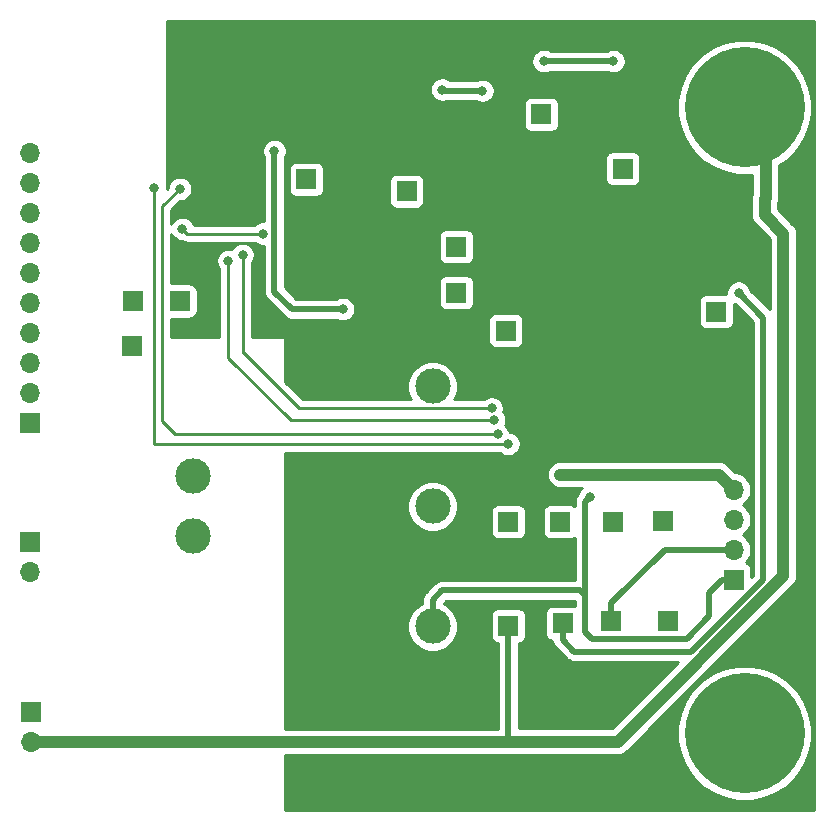
<source format=gbr>
%TF.GenerationSoftware,KiCad,Pcbnew,(5.1.8)-1*%
%TF.CreationDate,2020-12-02T17:51:49+01:00*%
%TF.ProjectId,board,626f6172-642e-46b6-9963-61645f706362,rev?*%
%TF.SameCoordinates,Original*%
%TF.FileFunction,Copper,L2,Bot*%
%TF.FilePolarity,Positive*%
%FSLAX46Y46*%
G04 Gerber Fmt 4.6, Leading zero omitted, Abs format (unit mm)*
G04 Created by KiCad (PCBNEW (5.1.8)-1) date 2020-12-02 17:51:49*
%MOMM*%
%LPD*%
G01*
G04 APERTURE LIST*
%TA.AperFunction,ComponentPad*%
%ADD10O,1.700000X1.700000*%
%TD*%
%TA.AperFunction,ComponentPad*%
%ADD11R,1.700000X1.700000*%
%TD*%
%TA.AperFunction,ComponentPad*%
%ADD12C,10.160000*%
%TD*%
%TA.AperFunction,ComponentPad*%
%ADD13C,3.000000*%
%TD*%
%TA.AperFunction,ComponentPad*%
%ADD14C,0.600000*%
%TD*%
%TA.AperFunction,SMDPad,CuDef*%
%ADD15R,2.500000X2.500000*%
%TD*%
%TA.AperFunction,ViaPad*%
%ADD16C,0.800000*%
%TD*%
%TA.AperFunction,Conductor*%
%ADD17C,1.000000*%
%TD*%
%TA.AperFunction,Conductor*%
%ADD18C,0.500000*%
%TD*%
%TA.AperFunction,Conductor*%
%ADD19C,0.250000*%
%TD*%
%TA.AperFunction,Conductor*%
%ADD20C,0.254000*%
%TD*%
%TA.AperFunction,Conductor*%
%ADD21C,0.100000*%
%TD*%
G04 APERTURE END LIST*
D10*
%TO.P,J6,4*%
%TO.N,GND*%
X114100000Y-68780000D03*
%TO.P,J6,3*%
%TO.N,/Aux2*%
X114100000Y-71320000D03*
%TO.P,J6,2*%
%TO.N,/Aux1*%
X114100000Y-73860000D03*
D11*
%TO.P,J6,1*%
%TO.N,+5V*%
X114100000Y-76400000D03*
%TD*%
D10*
%TO.P,J1,10*%
%TO.N,/5V_in*%
X54500000Y-40240000D03*
%TO.P,J1,9*%
%TO.N,/CLK_in*%
X54500000Y-42780000D03*
%TO.P,J1,8*%
%TO.N,/MOSI_in*%
X54500000Y-45320000D03*
%TO.P,J1,7*%
%TO.N,/MISO_in*%
X54500000Y-47860000D03*
%TO.P,J1,6*%
%TO.N,/CS_ADC\u005C_in*%
X54500000Y-50400000D03*
%TO.P,J1,5*%
%TO.N,/CS_DAC\u005C_in*%
X54500000Y-52940000D03*
%TO.P,J1,4*%
%TO.N,/VIB_in*%
X54500000Y-55480000D03*
%TO.P,J1,3*%
%TO.N,/VOC_in*%
X54500000Y-58020000D03*
%TO.P,J1,2*%
%TO.N,Net-(J1-Pad2)*%
X54500000Y-60560000D03*
D11*
%TO.P,J1,1*%
%TO.N,/GND_in*%
X54500000Y-63100000D03*
%TD*%
D10*
%TO.P,J2,2*%
%TO.N,/Vin*%
X54500000Y-75740000D03*
D11*
%TO.P,J2,1*%
%TO.N,/GND_in*%
X54500000Y-73200000D03*
%TD*%
%TO.P,J3,1*%
%TO.N,GND*%
X54600000Y-87600000D03*
D10*
%TO.P,J3,2*%
%TO.N,/C+*%
X54600000Y-90140000D03*
%TD*%
D12*
%TO.P,J4,1*%
%TO.N,GND*%
X115000000Y-89400000D03*
%TD*%
%TO.P,J5,1*%
%TO.N,/C+*%
X115000000Y-36400000D03*
%TD*%
D11*
%TO.P,TP1,1*%
%TO.N,Net-(J1-Pad2)*%
X63100000Y-56600000D03*
%TD*%
%TO.P,TP2,1*%
%TO.N,Net-(TP2-Pad1)*%
X63200000Y-52800000D03*
%TD*%
%TO.P,TP3,1*%
%TO.N,Net-(TP3-Pad1)*%
X67200000Y-52800000D03*
%TD*%
%TO.P,TP4,1*%
%TO.N,Net-(R1-Pad1)*%
X77900000Y-42500000D03*
%TD*%
%TO.P,TP5,1*%
%TO.N,Net-(R2-Pad2)*%
X90600000Y-48200000D03*
%TD*%
%TO.P,TP6,1*%
%TO.N,Net-(R3-Pad2)*%
X86400000Y-43500000D03*
%TD*%
%TO.P,TP7,1*%
%TO.N,Net-(C13-Pad1)*%
X108100000Y-71400000D03*
%TD*%
%TO.P,TP8,1*%
%TO.N,Net-(R7-Pad2)*%
X94800000Y-55300000D03*
%TD*%
%TO.P,TP9,1*%
%TO.N,Net-(R8-Pad2)*%
X97800000Y-37000000D03*
%TD*%
%TO.P,TP10,1*%
%TO.N,Net-(R5-Pad2)*%
X90600000Y-52100000D03*
%TD*%
%TO.P,TP11,1*%
%TO.N,Net-(R4-Pad2)*%
X104700000Y-41600000D03*
%TD*%
%TO.P,TP12,1*%
%TO.N,Net-(C14-Pad1)*%
X103900000Y-71500000D03*
%TD*%
%TO.P,TP13,1*%
%TO.N,Net-(C15-Pad1)*%
X99400000Y-71500000D03*
%TD*%
%TO.P,TP14,1*%
%TO.N,Net-(C16-Pad1)*%
X95000000Y-71500000D03*
%TD*%
%TO.P,TP15,1*%
%TO.N,/Aux2*%
X108500000Y-79900000D03*
%TD*%
%TO.P,TP16,1*%
%TO.N,Net-(R13-Pad2)*%
X112600000Y-53700000D03*
%TD*%
%TO.P,TP17,1*%
%TO.N,/Aux1*%
X103700000Y-79900000D03*
%TD*%
%TO.P,TP18,1*%
%TO.N,/V_I*%
X99600000Y-80100000D03*
%TD*%
%TO.P,TP19,1*%
%TO.N,/C+*%
X95000000Y-80300000D03*
%TD*%
D13*
%TO.P,U1,5*%
%TO.N,GND*%
X88600000Y-60040000D03*
%TO.P,U1,4*%
%TO.N,Net-(U1-Pad4)*%
X88600000Y-70200000D03*
%TO.P,U1,3*%
%TO.N,+5V*%
X88600000Y-80360000D03*
%TO.P,U1,2*%
%TO.N,/Vin*%
X68280000Y-72740000D03*
%TO.P,U1,1*%
%TO.N,/GND_in*%
X68280000Y-67660000D03*
%TD*%
D14*
%TO.P,U5,13*%
%TO.N,Net-(U5-Pad13)*%
X98100000Y-45200000D03*
X97600000Y-44700000D03*
X98600000Y-44700000D03*
X98600000Y-45700000D03*
X97600000Y-45700000D03*
D15*
X98100000Y-45200000D03*
%TD*%
D16*
%TO.N,GND*%
X99400000Y-67500000D03*
%TO.N,+5V*%
X75200000Y-40100000D03*
X81000000Y-53500000D03*
X101900000Y-69400000D03*
X92800000Y-35000000D03*
X89400000Y-34900000D03*
%TO.N,/C+*%
X116800000Y-44100000D03*
X116700000Y-45500000D03*
%TO.N,Net-(R4-Pad2)*%
X103900000Y-32500000D03*
X98000000Y-32500000D03*
%TO.N,/V_I*%
X114500000Y-52100000D03*
%TO.N,/CLK*%
X67200000Y-43300000D03*
X94100000Y-64100000D03*
%TO.N,/MOSI*%
X72500000Y-48900000D03*
X93600000Y-61900000D03*
%TO.N,/MISO*%
X93800000Y-62900000D03*
X71300000Y-49400000D03*
%TO.N,/CS_ADC\u005C*%
X65000000Y-43200000D03*
X95000000Y-64900000D03*
%TO.N,/CS_DAC\u005C*%
X67400000Y-46700000D03*
X74200000Y-47100000D03*
%TD*%
D17*
%TO.N,GND*%
X112820000Y-67500000D02*
X114100000Y-68780000D01*
X99400000Y-67500000D02*
X112820000Y-67500000D01*
D18*
%TO.N,+5V*%
X75200000Y-40100000D02*
X75200000Y-52000000D01*
X76700000Y-53500000D02*
X81000000Y-53500000D01*
X75200000Y-52000000D02*
X76700000Y-53500000D01*
X101900000Y-69400000D02*
X101500000Y-69800000D01*
X88600000Y-80360000D02*
X88600000Y-78100000D01*
X88600000Y-78100000D02*
X89400000Y-77300000D01*
X101100000Y-77300000D02*
X101500000Y-77700000D01*
X89400000Y-77300000D02*
X101100000Y-77300000D01*
X101500000Y-69800000D02*
X101500000Y-77700000D01*
X89500000Y-35000000D02*
X89400000Y-34900000D01*
X92800000Y-35000000D02*
X89500000Y-35000000D01*
X113100000Y-76400000D02*
X114100000Y-76400000D01*
X112000000Y-77500000D02*
X113100000Y-76400000D01*
X110100000Y-81400000D02*
X112000000Y-79500000D01*
X102100000Y-81400000D02*
X110100000Y-81400000D01*
X101500000Y-80800000D02*
X102100000Y-81400000D01*
X112000000Y-79500000D02*
X112000000Y-77500000D01*
X101500000Y-77700000D02*
X101500000Y-80800000D01*
D17*
%TO.N,/C+*%
X116800000Y-39200000D02*
X114000000Y-36400000D01*
X116800000Y-44100000D02*
X116800000Y-39200000D01*
X116700000Y-44200000D02*
X116800000Y-44100000D01*
X116700000Y-45500000D02*
X116700000Y-44200000D01*
D18*
X95000000Y-80300000D02*
X95000000Y-90100000D01*
D17*
X94960000Y-90140000D02*
X95000000Y-90100000D01*
X54600000Y-90140000D02*
X94960000Y-90140000D01*
X118300000Y-76053519D02*
X118300000Y-47100000D01*
X118300000Y-47100000D02*
X116700000Y-45500000D01*
X104253519Y-90100000D02*
X118300000Y-76053519D01*
X95000000Y-90100000D02*
X104253519Y-90100000D01*
D18*
%TO.N,/Aux1*%
X103700000Y-79900000D02*
X103700000Y-78400000D01*
X108240000Y-73860000D02*
X114100000Y-73860000D01*
X103700000Y-78400000D02*
X108240000Y-73860000D01*
%TO.N,Net-(R4-Pad2)*%
X103900000Y-32500000D02*
X98000000Y-32500000D01*
%TO.N,/V_I*%
X99600000Y-81500000D02*
X99600000Y-80100000D01*
X100600000Y-82500000D02*
X99600000Y-81500000D01*
X110510002Y-82500000D02*
X100600000Y-82500000D01*
X116600000Y-76410002D02*
X110510002Y-82500000D01*
X116600000Y-54200000D02*
X116600000Y-76410002D01*
X114500000Y-52100000D02*
X116600000Y-54200000D01*
D19*
%TO.N,/CLK*%
X65700000Y-60600000D02*
X65700000Y-47326998D01*
X65700000Y-46600000D02*
X65700000Y-44800000D01*
X65700000Y-47326998D02*
X65700000Y-46600000D01*
X65700000Y-44800000D02*
X67200000Y-43300000D01*
X94100000Y-64100000D02*
X66800000Y-64100000D01*
X65700000Y-63000000D02*
X65700000Y-60600000D01*
X66800000Y-64100000D02*
X65700000Y-63000000D01*
%TO.N,/MOSI*%
X72500000Y-57200000D02*
X72500000Y-48900000D01*
X77300000Y-61900000D02*
X72600000Y-57200000D01*
X93600000Y-61900000D02*
X77300000Y-61900000D01*
X72600000Y-57200000D02*
X72500000Y-57200000D01*
%TO.N,/MISO*%
X93800000Y-62900000D02*
X76600000Y-62900000D01*
X71300000Y-57600000D02*
X71300000Y-49400000D01*
X76600000Y-62900000D02*
X71300000Y-57600000D01*
%TO.N,/CS_ADC\u005C*%
X64974999Y-43225001D02*
X65000000Y-43200000D01*
X64974999Y-60274999D02*
X64974999Y-43225001D01*
X65000000Y-60300000D02*
X64974999Y-60274999D01*
X65000000Y-61000000D02*
X65000000Y-60300000D01*
X95000000Y-64900000D02*
X65000000Y-64900000D01*
X65000000Y-64900000D02*
X65000000Y-61000000D01*
%TO.N,/CS_DAC\u005C*%
X67800000Y-47100000D02*
X74200000Y-47100000D01*
X67400000Y-46700000D02*
X67800000Y-47100000D01*
%TD*%
D20*
%TO.N,Net-(U5-Pad13)*%
X120873000Y-95873000D02*
X76127000Y-95873000D01*
X76127000Y-91275000D01*
X94904249Y-91275000D01*
X94960000Y-91280491D01*
X95015751Y-91275000D01*
X95015752Y-91275000D01*
X95182499Y-91258577D01*
X95260221Y-91235000D01*
X104197768Y-91235000D01*
X104253519Y-91240491D01*
X104309270Y-91235000D01*
X104309271Y-91235000D01*
X104476018Y-91218577D01*
X104689966Y-91153676D01*
X104887142Y-91048284D01*
X105059968Y-90906449D01*
X105095515Y-90863135D01*
X107121528Y-88837122D01*
X109285000Y-88837122D01*
X109285000Y-89962878D01*
X109504625Y-91067004D01*
X109935433Y-92107067D01*
X110560870Y-93043100D01*
X111356900Y-93839130D01*
X112292933Y-94464567D01*
X113332996Y-94895375D01*
X114437122Y-95115000D01*
X115562878Y-95115000D01*
X116667004Y-94895375D01*
X117707067Y-94464567D01*
X118643100Y-93839130D01*
X119439130Y-93043100D01*
X120064567Y-92107067D01*
X120495375Y-91067004D01*
X120715000Y-89962878D01*
X120715000Y-88837122D01*
X120495375Y-87732996D01*
X120064567Y-86692933D01*
X119439130Y-85756900D01*
X118643100Y-84960870D01*
X117707067Y-84335433D01*
X116667004Y-83904625D01*
X115562878Y-83685000D01*
X114437122Y-83685000D01*
X113332996Y-83904625D01*
X112292933Y-84335433D01*
X111356900Y-84960870D01*
X110560870Y-85756900D01*
X109935433Y-86692933D01*
X109504625Y-87732996D01*
X109285000Y-88837122D01*
X107121528Y-88837122D01*
X119063141Y-76895510D01*
X119106449Y-76859968D01*
X119248284Y-76687142D01*
X119353676Y-76489966D01*
X119418577Y-76276018D01*
X119435000Y-76109271D01*
X119435000Y-76109270D01*
X119440491Y-76053519D01*
X119435000Y-75997768D01*
X119435000Y-47155752D01*
X119440491Y-47100000D01*
X119418577Y-46877501D01*
X119353676Y-46663553D01*
X119248284Y-46466377D01*
X119141989Y-46336856D01*
X119141987Y-46336854D01*
X119106449Y-46293551D01*
X119063146Y-46258013D01*
X117835000Y-45029869D01*
X117835000Y-44571388D01*
X117853676Y-44536447D01*
X117918577Y-44322499D01*
X117935000Y-44155752D01*
X117935000Y-44155742D01*
X117940490Y-44100001D01*
X117935000Y-44044259D01*
X117935000Y-41312267D01*
X118643100Y-40839130D01*
X119439130Y-40043100D01*
X120064567Y-39107067D01*
X120495375Y-38067004D01*
X120715000Y-36962878D01*
X120715000Y-35837122D01*
X120495375Y-34732996D01*
X120064567Y-33692933D01*
X119439130Y-32756900D01*
X118643100Y-31960870D01*
X117707067Y-31335433D01*
X116667004Y-30904625D01*
X115562878Y-30685000D01*
X114437122Y-30685000D01*
X113332996Y-30904625D01*
X112292933Y-31335433D01*
X111356900Y-31960870D01*
X110560870Y-32756900D01*
X109935433Y-33692933D01*
X109504625Y-34732996D01*
X109285000Y-35837122D01*
X109285000Y-36962878D01*
X109504625Y-38067004D01*
X109935433Y-39107067D01*
X110560870Y-40043100D01*
X111356900Y-40839130D01*
X112292933Y-41464567D01*
X113332996Y-41895375D01*
X114437122Y-42115000D01*
X115562878Y-42115000D01*
X115665000Y-42094687D01*
X115665000Y-43728613D01*
X115646324Y-43763553D01*
X115581423Y-43977501D01*
X115565000Y-44144248D01*
X115559509Y-44200000D01*
X115565000Y-44255751D01*
X115565000Y-45444249D01*
X115559509Y-45500000D01*
X115569549Y-45601939D01*
X115581423Y-45722498D01*
X115646324Y-45936446D01*
X115751716Y-46133623D01*
X115893551Y-46306449D01*
X115936864Y-46341995D01*
X117165001Y-47570134D01*
X117165001Y-53513422D01*
X115506535Y-51854957D01*
X115495226Y-51798102D01*
X115417205Y-51609744D01*
X115303937Y-51440226D01*
X115159774Y-51296063D01*
X114990256Y-51182795D01*
X114801898Y-51104774D01*
X114601939Y-51065000D01*
X114398061Y-51065000D01*
X114198102Y-51104774D01*
X114009744Y-51182795D01*
X113840226Y-51296063D01*
X113696063Y-51440226D01*
X113582795Y-51609744D01*
X113504774Y-51798102D01*
X113465000Y-51998061D01*
X113465000Y-52201939D01*
X113467326Y-52213634D01*
X113450000Y-52211928D01*
X111750000Y-52211928D01*
X111625518Y-52224188D01*
X111505820Y-52260498D01*
X111395506Y-52319463D01*
X111298815Y-52398815D01*
X111219463Y-52495506D01*
X111160498Y-52605820D01*
X111124188Y-52725518D01*
X111111928Y-52850000D01*
X111111928Y-54550000D01*
X111124188Y-54674482D01*
X111160498Y-54794180D01*
X111219463Y-54904494D01*
X111298815Y-55001185D01*
X111395506Y-55080537D01*
X111505820Y-55139502D01*
X111625518Y-55175812D01*
X111750000Y-55188072D01*
X113450000Y-55188072D01*
X113574482Y-55175812D01*
X113694180Y-55139502D01*
X113804494Y-55080537D01*
X113901185Y-55001185D01*
X113980537Y-54904494D01*
X114039502Y-54794180D01*
X114075812Y-54674482D01*
X114088072Y-54550000D01*
X114088072Y-53049650D01*
X114198102Y-53095226D01*
X114254957Y-53106535D01*
X115715000Y-54566579D01*
X115715001Y-76043422D01*
X115588072Y-76170351D01*
X115588072Y-75550000D01*
X115575812Y-75425518D01*
X115539502Y-75305820D01*
X115480537Y-75195506D01*
X115401185Y-75098815D01*
X115304494Y-75019463D01*
X115194180Y-74960498D01*
X115121620Y-74938487D01*
X115253475Y-74806632D01*
X115415990Y-74563411D01*
X115527932Y-74293158D01*
X115585000Y-74006260D01*
X115585000Y-73713740D01*
X115527932Y-73426842D01*
X115415990Y-73156589D01*
X115253475Y-72913368D01*
X115046632Y-72706525D01*
X114872240Y-72590000D01*
X115046632Y-72473475D01*
X115253475Y-72266632D01*
X115415990Y-72023411D01*
X115527932Y-71753158D01*
X115585000Y-71466260D01*
X115585000Y-71173740D01*
X115527932Y-70886842D01*
X115415990Y-70616589D01*
X115253475Y-70373368D01*
X115046632Y-70166525D01*
X114872240Y-70050000D01*
X115046632Y-69933475D01*
X115253475Y-69726632D01*
X115415990Y-69483411D01*
X115527932Y-69213158D01*
X115585000Y-68926260D01*
X115585000Y-68633740D01*
X115527932Y-68346842D01*
X115415990Y-68076589D01*
X115253475Y-67833368D01*
X115046632Y-67626525D01*
X114803411Y-67464010D01*
X114533158Y-67352068D01*
X114246260Y-67295000D01*
X114220131Y-67295000D01*
X113661996Y-66736865D01*
X113626449Y-66693551D01*
X113453623Y-66551716D01*
X113256447Y-66446324D01*
X113042499Y-66381423D01*
X112875752Y-66365000D01*
X112875751Y-66365000D01*
X112820000Y-66359509D01*
X112764249Y-66365000D01*
X99344248Y-66365000D01*
X99177501Y-66381423D01*
X98963553Y-66446324D01*
X98766377Y-66551716D01*
X98593551Y-66693551D01*
X98451716Y-66866377D01*
X98346324Y-67063553D01*
X98281423Y-67277501D01*
X98259509Y-67500000D01*
X98281423Y-67722499D01*
X98346324Y-67936447D01*
X98451716Y-68133623D01*
X98593551Y-68306449D01*
X98766377Y-68448284D01*
X98963553Y-68553676D01*
X99177501Y-68618577D01*
X99344248Y-68635000D01*
X101201289Y-68635000D01*
X101096063Y-68740226D01*
X100982795Y-68909744D01*
X100904774Y-69098102D01*
X100893955Y-69152495D01*
X100871183Y-69171183D01*
X100760589Y-69305942D01*
X100678411Y-69459688D01*
X100627805Y-69626511D01*
X100615000Y-69756524D01*
X100615000Y-69756531D01*
X100610719Y-69800000D01*
X100615000Y-69843469D01*
X100615000Y-70128085D01*
X100604494Y-70119463D01*
X100494180Y-70060498D01*
X100374482Y-70024188D01*
X100250000Y-70011928D01*
X98550000Y-70011928D01*
X98425518Y-70024188D01*
X98305820Y-70060498D01*
X98195506Y-70119463D01*
X98098815Y-70198815D01*
X98019463Y-70295506D01*
X97960498Y-70405820D01*
X97924188Y-70525518D01*
X97911928Y-70650000D01*
X97911928Y-72350000D01*
X97924188Y-72474482D01*
X97960498Y-72594180D01*
X98019463Y-72704494D01*
X98098815Y-72801185D01*
X98195506Y-72880537D01*
X98305820Y-72939502D01*
X98425518Y-72975812D01*
X98550000Y-72988072D01*
X100250000Y-72988072D01*
X100374482Y-72975812D01*
X100494180Y-72939502D01*
X100604494Y-72880537D01*
X100615000Y-72871915D01*
X100615001Y-76415000D01*
X89443469Y-76415000D01*
X89400000Y-76410719D01*
X89356531Y-76415000D01*
X89356523Y-76415000D01*
X89226510Y-76427805D01*
X89059687Y-76478411D01*
X88905941Y-76560589D01*
X88804953Y-76643468D01*
X88804951Y-76643470D01*
X88771183Y-76671183D01*
X88743470Y-76704951D01*
X88004951Y-77443471D01*
X87971184Y-77471183D01*
X87943471Y-77504951D01*
X87943468Y-77504954D01*
X87860590Y-77605941D01*
X87778412Y-77759687D01*
X87727805Y-77926510D01*
X87710719Y-78100000D01*
X87715001Y-78143479D01*
X87715001Y-78415672D01*
X87588698Y-78467988D01*
X87239017Y-78701637D01*
X86941637Y-78999017D01*
X86707988Y-79348698D01*
X86547047Y-79737244D01*
X86465000Y-80149721D01*
X86465000Y-80570279D01*
X86547047Y-80982756D01*
X86707988Y-81371302D01*
X86941637Y-81720983D01*
X87239017Y-82018363D01*
X87588698Y-82252012D01*
X87977244Y-82412953D01*
X88389721Y-82495000D01*
X88810279Y-82495000D01*
X89222756Y-82412953D01*
X89611302Y-82252012D01*
X89960983Y-82018363D01*
X90258363Y-81720983D01*
X90492012Y-81371302D01*
X90652953Y-80982756D01*
X90735000Y-80570279D01*
X90735000Y-80149721D01*
X90652953Y-79737244D01*
X90492012Y-79348698D01*
X90258363Y-78999017D01*
X89960983Y-78701637D01*
X89611302Y-78467988D01*
X89520996Y-78430582D01*
X89766579Y-78185000D01*
X100615000Y-78185000D01*
X100615000Y-78636479D01*
X100574482Y-78624188D01*
X100450000Y-78611928D01*
X98750000Y-78611928D01*
X98625518Y-78624188D01*
X98505820Y-78660498D01*
X98395506Y-78719463D01*
X98298815Y-78798815D01*
X98219463Y-78895506D01*
X98160498Y-79005820D01*
X98124188Y-79125518D01*
X98111928Y-79250000D01*
X98111928Y-80950000D01*
X98124188Y-81074482D01*
X98160498Y-81194180D01*
X98219463Y-81304494D01*
X98298815Y-81401185D01*
X98395506Y-81480537D01*
X98505820Y-81539502D01*
X98625518Y-81575812D01*
X98719092Y-81585028D01*
X98723306Y-81627805D01*
X98727678Y-81672195D01*
X98727805Y-81673489D01*
X98778411Y-81840312D01*
X98860589Y-81994058D01*
X98971183Y-82128817D01*
X99004956Y-82156534D01*
X99943470Y-83095049D01*
X99971183Y-83128817D01*
X100004951Y-83156530D01*
X100004953Y-83156532D01*
X100105941Y-83239411D01*
X100259686Y-83321589D01*
X100426510Y-83372195D01*
X100556523Y-83385000D01*
X100556531Y-83385000D01*
X100600000Y-83389281D01*
X100643469Y-83385000D01*
X109363388Y-83385000D01*
X103783388Y-88965000D01*
X95885000Y-88965000D01*
X95885000Y-81784625D01*
X95974482Y-81775812D01*
X96094180Y-81739502D01*
X96204494Y-81680537D01*
X96301185Y-81601185D01*
X96380537Y-81504494D01*
X96439502Y-81394180D01*
X96475812Y-81274482D01*
X96488072Y-81150000D01*
X96488072Y-79450000D01*
X96475812Y-79325518D01*
X96439502Y-79205820D01*
X96380537Y-79095506D01*
X96301185Y-78998815D01*
X96204494Y-78919463D01*
X96094180Y-78860498D01*
X95974482Y-78824188D01*
X95850000Y-78811928D01*
X94150000Y-78811928D01*
X94025518Y-78824188D01*
X93905820Y-78860498D01*
X93795506Y-78919463D01*
X93698815Y-78998815D01*
X93619463Y-79095506D01*
X93560498Y-79205820D01*
X93524188Y-79325518D01*
X93511928Y-79450000D01*
X93511928Y-81150000D01*
X93524188Y-81274482D01*
X93560498Y-81394180D01*
X93619463Y-81504494D01*
X93698815Y-81601185D01*
X93795506Y-81680537D01*
X93905820Y-81739502D01*
X94025518Y-81775812D01*
X94115000Y-81784625D01*
X94115001Y-89005000D01*
X76127000Y-89005000D01*
X76127000Y-69989721D01*
X86465000Y-69989721D01*
X86465000Y-70410279D01*
X86547047Y-70822756D01*
X86707988Y-71211302D01*
X86941637Y-71560983D01*
X87239017Y-71858363D01*
X87588698Y-72092012D01*
X87977244Y-72252953D01*
X88389721Y-72335000D01*
X88810279Y-72335000D01*
X89222756Y-72252953D01*
X89611302Y-72092012D01*
X89960983Y-71858363D01*
X90258363Y-71560983D01*
X90492012Y-71211302D01*
X90652953Y-70822756D01*
X90687316Y-70650000D01*
X93511928Y-70650000D01*
X93511928Y-72350000D01*
X93524188Y-72474482D01*
X93560498Y-72594180D01*
X93619463Y-72704494D01*
X93698815Y-72801185D01*
X93795506Y-72880537D01*
X93905820Y-72939502D01*
X94025518Y-72975812D01*
X94150000Y-72988072D01*
X95850000Y-72988072D01*
X95974482Y-72975812D01*
X96094180Y-72939502D01*
X96204494Y-72880537D01*
X96301185Y-72801185D01*
X96380537Y-72704494D01*
X96439502Y-72594180D01*
X96475812Y-72474482D01*
X96488072Y-72350000D01*
X96488072Y-70650000D01*
X96475812Y-70525518D01*
X96439502Y-70405820D01*
X96380537Y-70295506D01*
X96301185Y-70198815D01*
X96204494Y-70119463D01*
X96094180Y-70060498D01*
X95974482Y-70024188D01*
X95850000Y-70011928D01*
X94150000Y-70011928D01*
X94025518Y-70024188D01*
X93905820Y-70060498D01*
X93795506Y-70119463D01*
X93698815Y-70198815D01*
X93619463Y-70295506D01*
X93560498Y-70405820D01*
X93524188Y-70525518D01*
X93511928Y-70650000D01*
X90687316Y-70650000D01*
X90735000Y-70410279D01*
X90735000Y-69989721D01*
X90652953Y-69577244D01*
X90492012Y-69188698D01*
X90258363Y-68839017D01*
X89960983Y-68541637D01*
X89611302Y-68307988D01*
X89222756Y-68147047D01*
X88810279Y-68065000D01*
X88389721Y-68065000D01*
X87977244Y-68147047D01*
X87588698Y-68307988D01*
X87239017Y-68541637D01*
X86941637Y-68839017D01*
X86707988Y-69188698D01*
X86547047Y-69577244D01*
X86465000Y-69989721D01*
X76127000Y-69989721D01*
X76127000Y-65660000D01*
X94296289Y-65660000D01*
X94340226Y-65703937D01*
X94509744Y-65817205D01*
X94698102Y-65895226D01*
X94898061Y-65935000D01*
X95101939Y-65935000D01*
X95301898Y-65895226D01*
X95490256Y-65817205D01*
X95659774Y-65703937D01*
X95803937Y-65559774D01*
X95917205Y-65390256D01*
X95995226Y-65201898D01*
X96035000Y-65001939D01*
X96035000Y-64798061D01*
X95995226Y-64598102D01*
X95917205Y-64409744D01*
X95803937Y-64240226D01*
X95659774Y-64096063D01*
X95490256Y-63982795D01*
X95301898Y-63904774D01*
X95108804Y-63866366D01*
X95095226Y-63798102D01*
X95017205Y-63609744D01*
X94903937Y-63440226D01*
X94759774Y-63296063D01*
X94756991Y-63294204D01*
X94795226Y-63201898D01*
X94835000Y-63001939D01*
X94835000Y-62798061D01*
X94795226Y-62598102D01*
X94717205Y-62409744D01*
X94603937Y-62240226D01*
X94586551Y-62222840D01*
X94595226Y-62201898D01*
X94635000Y-62001939D01*
X94635000Y-61798061D01*
X94595226Y-61598102D01*
X94517205Y-61409744D01*
X94403937Y-61240226D01*
X94259774Y-61096063D01*
X94090256Y-60982795D01*
X93901898Y-60904774D01*
X93701939Y-60865000D01*
X93498061Y-60865000D01*
X93298102Y-60904774D01*
X93109744Y-60982795D01*
X92940226Y-61096063D01*
X92896289Y-61140000D01*
X90432746Y-61140000D01*
X90492012Y-61051302D01*
X90652953Y-60662756D01*
X90735000Y-60250279D01*
X90735000Y-59829721D01*
X90652953Y-59417244D01*
X90492012Y-59028698D01*
X90258363Y-58679017D01*
X89960983Y-58381637D01*
X89611302Y-58147988D01*
X89222756Y-57987047D01*
X88810279Y-57905000D01*
X88389721Y-57905000D01*
X87977244Y-57987047D01*
X87588698Y-58147988D01*
X87239017Y-58381637D01*
X86941637Y-58679017D01*
X86707988Y-59028698D01*
X86547047Y-59417244D01*
X86465000Y-59829721D01*
X86465000Y-60250279D01*
X86547047Y-60662756D01*
X86707988Y-61051302D01*
X86767254Y-61140000D01*
X77614802Y-61140000D01*
X76127000Y-59652198D01*
X76127000Y-56000000D01*
X76124560Y-55975224D01*
X76117333Y-55951399D01*
X76105597Y-55929443D01*
X76089803Y-55910197D01*
X76070557Y-55894403D01*
X76048601Y-55882667D01*
X76024776Y-55875440D01*
X76000000Y-55873000D01*
X73260000Y-55873000D01*
X73260000Y-49603711D01*
X73303937Y-49559774D01*
X73417205Y-49390256D01*
X73495226Y-49201898D01*
X73535000Y-49001939D01*
X73535000Y-48798061D01*
X73495226Y-48598102D01*
X73417205Y-48409744D01*
X73303937Y-48240226D01*
X73159774Y-48096063D01*
X72990256Y-47982795D01*
X72801898Y-47904774D01*
X72601939Y-47865000D01*
X72398061Y-47865000D01*
X72198102Y-47904774D01*
X72009744Y-47982795D01*
X71840226Y-48096063D01*
X71696063Y-48240226D01*
X71587967Y-48402003D01*
X71401939Y-48365000D01*
X71198061Y-48365000D01*
X70998102Y-48404774D01*
X70809744Y-48482795D01*
X70640226Y-48596063D01*
X70496063Y-48740226D01*
X70382795Y-48909744D01*
X70304774Y-49098102D01*
X70265000Y-49298061D01*
X70265000Y-49501939D01*
X70304774Y-49701898D01*
X70382795Y-49890256D01*
X70496063Y-50059774D01*
X70540001Y-50103712D01*
X70540000Y-55873000D01*
X66460000Y-55873000D01*
X66460000Y-54288072D01*
X68050000Y-54288072D01*
X68174482Y-54275812D01*
X68294180Y-54239502D01*
X68404494Y-54180537D01*
X68501185Y-54101185D01*
X68580537Y-54004494D01*
X68639502Y-53894180D01*
X68675812Y-53774482D01*
X68688072Y-53650000D01*
X68688072Y-51950000D01*
X68675812Y-51825518D01*
X68639502Y-51705820D01*
X68580537Y-51595506D01*
X68501185Y-51498815D01*
X68404494Y-51419463D01*
X68294180Y-51360498D01*
X68174482Y-51324188D01*
X68050000Y-51311928D01*
X66460000Y-51311928D01*
X66460000Y-47135224D01*
X66482795Y-47190256D01*
X66596063Y-47359774D01*
X66740226Y-47503937D01*
X66909744Y-47617205D01*
X67098102Y-47695226D01*
X67298061Y-47735000D01*
X67375773Y-47735000D01*
X67507753Y-47805546D01*
X67651014Y-47849003D01*
X67762667Y-47860000D01*
X67762676Y-47860000D01*
X67799999Y-47863676D01*
X67837322Y-47860000D01*
X73496289Y-47860000D01*
X73540226Y-47903937D01*
X73709744Y-48017205D01*
X73898102Y-48095226D01*
X74098061Y-48135000D01*
X74301939Y-48135000D01*
X74315001Y-48132402D01*
X74315001Y-51956521D01*
X74310719Y-52000000D01*
X74327805Y-52173490D01*
X74378412Y-52340313D01*
X74460590Y-52494059D01*
X74543468Y-52595046D01*
X74543471Y-52595049D01*
X74571184Y-52628817D01*
X74604951Y-52656529D01*
X76043470Y-54095049D01*
X76071183Y-54128817D01*
X76104951Y-54156530D01*
X76104953Y-54156532D01*
X76134203Y-54180537D01*
X76205941Y-54239411D01*
X76359687Y-54321589D01*
X76526510Y-54372195D01*
X76656523Y-54385000D01*
X76656533Y-54385000D01*
X76699999Y-54389281D01*
X76743465Y-54385000D01*
X80461546Y-54385000D01*
X80509744Y-54417205D01*
X80698102Y-54495226D01*
X80898061Y-54535000D01*
X81101939Y-54535000D01*
X81301898Y-54495226D01*
X81411082Y-54450000D01*
X93311928Y-54450000D01*
X93311928Y-56150000D01*
X93324188Y-56274482D01*
X93360498Y-56394180D01*
X93419463Y-56504494D01*
X93498815Y-56601185D01*
X93595506Y-56680537D01*
X93705820Y-56739502D01*
X93825518Y-56775812D01*
X93950000Y-56788072D01*
X95650000Y-56788072D01*
X95774482Y-56775812D01*
X95894180Y-56739502D01*
X96004494Y-56680537D01*
X96101185Y-56601185D01*
X96180537Y-56504494D01*
X96239502Y-56394180D01*
X96275812Y-56274482D01*
X96288072Y-56150000D01*
X96288072Y-54450000D01*
X96275812Y-54325518D01*
X96239502Y-54205820D01*
X96180537Y-54095506D01*
X96101185Y-53998815D01*
X96004494Y-53919463D01*
X95894180Y-53860498D01*
X95774482Y-53824188D01*
X95650000Y-53811928D01*
X93950000Y-53811928D01*
X93825518Y-53824188D01*
X93705820Y-53860498D01*
X93595506Y-53919463D01*
X93498815Y-53998815D01*
X93419463Y-54095506D01*
X93360498Y-54205820D01*
X93324188Y-54325518D01*
X93311928Y-54450000D01*
X81411082Y-54450000D01*
X81490256Y-54417205D01*
X81659774Y-54303937D01*
X81803937Y-54159774D01*
X81917205Y-53990256D01*
X81995226Y-53801898D01*
X82035000Y-53601939D01*
X82035000Y-53398061D01*
X81995226Y-53198102D01*
X81917205Y-53009744D01*
X81803937Y-52840226D01*
X81659774Y-52696063D01*
X81490256Y-52582795D01*
X81301898Y-52504774D01*
X81101939Y-52465000D01*
X80898061Y-52465000D01*
X80698102Y-52504774D01*
X80509744Y-52582795D01*
X80461546Y-52615000D01*
X77066579Y-52615000D01*
X76085000Y-51633422D01*
X76085000Y-51250000D01*
X89111928Y-51250000D01*
X89111928Y-52950000D01*
X89124188Y-53074482D01*
X89160498Y-53194180D01*
X89219463Y-53304494D01*
X89298815Y-53401185D01*
X89395506Y-53480537D01*
X89505820Y-53539502D01*
X89625518Y-53575812D01*
X89750000Y-53588072D01*
X91450000Y-53588072D01*
X91574482Y-53575812D01*
X91694180Y-53539502D01*
X91804494Y-53480537D01*
X91901185Y-53401185D01*
X91980537Y-53304494D01*
X92039502Y-53194180D01*
X92075812Y-53074482D01*
X92088072Y-52950000D01*
X92088072Y-51250000D01*
X92075812Y-51125518D01*
X92039502Y-51005820D01*
X91980537Y-50895506D01*
X91901185Y-50798815D01*
X91804494Y-50719463D01*
X91694180Y-50660498D01*
X91574482Y-50624188D01*
X91450000Y-50611928D01*
X89750000Y-50611928D01*
X89625518Y-50624188D01*
X89505820Y-50660498D01*
X89395506Y-50719463D01*
X89298815Y-50798815D01*
X89219463Y-50895506D01*
X89160498Y-51005820D01*
X89124188Y-51125518D01*
X89111928Y-51250000D01*
X76085000Y-51250000D01*
X76085000Y-47350000D01*
X89111928Y-47350000D01*
X89111928Y-49050000D01*
X89124188Y-49174482D01*
X89160498Y-49294180D01*
X89219463Y-49404494D01*
X89298815Y-49501185D01*
X89395506Y-49580537D01*
X89505820Y-49639502D01*
X89625518Y-49675812D01*
X89750000Y-49688072D01*
X91450000Y-49688072D01*
X91574482Y-49675812D01*
X91694180Y-49639502D01*
X91804494Y-49580537D01*
X91901185Y-49501185D01*
X91980537Y-49404494D01*
X92039502Y-49294180D01*
X92075812Y-49174482D01*
X92088072Y-49050000D01*
X92088072Y-47350000D01*
X92075812Y-47225518D01*
X92039502Y-47105820D01*
X91980537Y-46995506D01*
X91901185Y-46898815D01*
X91804494Y-46819463D01*
X91694180Y-46760498D01*
X91574482Y-46724188D01*
X91450000Y-46711928D01*
X89750000Y-46711928D01*
X89625518Y-46724188D01*
X89505820Y-46760498D01*
X89395506Y-46819463D01*
X89298815Y-46898815D01*
X89219463Y-46995506D01*
X89160498Y-47105820D01*
X89124188Y-47225518D01*
X89111928Y-47350000D01*
X76085000Y-47350000D01*
X76085000Y-41650000D01*
X76411928Y-41650000D01*
X76411928Y-43350000D01*
X76424188Y-43474482D01*
X76460498Y-43594180D01*
X76519463Y-43704494D01*
X76598815Y-43801185D01*
X76695506Y-43880537D01*
X76805820Y-43939502D01*
X76925518Y-43975812D01*
X77050000Y-43988072D01*
X78750000Y-43988072D01*
X78874482Y-43975812D01*
X78994180Y-43939502D01*
X79104494Y-43880537D01*
X79201185Y-43801185D01*
X79280537Y-43704494D01*
X79339502Y-43594180D01*
X79375812Y-43474482D01*
X79388072Y-43350000D01*
X79388072Y-42650000D01*
X84911928Y-42650000D01*
X84911928Y-44350000D01*
X84924188Y-44474482D01*
X84960498Y-44594180D01*
X85019463Y-44704494D01*
X85098815Y-44801185D01*
X85195506Y-44880537D01*
X85305820Y-44939502D01*
X85425518Y-44975812D01*
X85550000Y-44988072D01*
X87250000Y-44988072D01*
X87374482Y-44975812D01*
X87494180Y-44939502D01*
X87604494Y-44880537D01*
X87701185Y-44801185D01*
X87780537Y-44704494D01*
X87839502Y-44594180D01*
X87875812Y-44474482D01*
X87888072Y-44350000D01*
X87888072Y-42650000D01*
X87875812Y-42525518D01*
X87839502Y-42405820D01*
X87780537Y-42295506D01*
X87701185Y-42198815D01*
X87604494Y-42119463D01*
X87494180Y-42060498D01*
X87374482Y-42024188D01*
X87250000Y-42011928D01*
X85550000Y-42011928D01*
X85425518Y-42024188D01*
X85305820Y-42060498D01*
X85195506Y-42119463D01*
X85098815Y-42198815D01*
X85019463Y-42295506D01*
X84960498Y-42405820D01*
X84924188Y-42525518D01*
X84911928Y-42650000D01*
X79388072Y-42650000D01*
X79388072Y-41650000D01*
X79375812Y-41525518D01*
X79339502Y-41405820D01*
X79280537Y-41295506D01*
X79201185Y-41198815D01*
X79104494Y-41119463D01*
X78994180Y-41060498D01*
X78874482Y-41024188D01*
X78750000Y-41011928D01*
X77050000Y-41011928D01*
X76925518Y-41024188D01*
X76805820Y-41060498D01*
X76695506Y-41119463D01*
X76598815Y-41198815D01*
X76519463Y-41295506D01*
X76460498Y-41405820D01*
X76424188Y-41525518D01*
X76411928Y-41650000D01*
X76085000Y-41650000D01*
X76085000Y-40750000D01*
X103211928Y-40750000D01*
X103211928Y-42450000D01*
X103224188Y-42574482D01*
X103260498Y-42694180D01*
X103319463Y-42804494D01*
X103398815Y-42901185D01*
X103495506Y-42980537D01*
X103605820Y-43039502D01*
X103725518Y-43075812D01*
X103850000Y-43088072D01*
X105550000Y-43088072D01*
X105674482Y-43075812D01*
X105794180Y-43039502D01*
X105904494Y-42980537D01*
X106001185Y-42901185D01*
X106080537Y-42804494D01*
X106139502Y-42694180D01*
X106175812Y-42574482D01*
X106188072Y-42450000D01*
X106188072Y-40750000D01*
X106175812Y-40625518D01*
X106139502Y-40505820D01*
X106080537Y-40395506D01*
X106001185Y-40298815D01*
X105904494Y-40219463D01*
X105794180Y-40160498D01*
X105674482Y-40124188D01*
X105550000Y-40111928D01*
X103850000Y-40111928D01*
X103725518Y-40124188D01*
X103605820Y-40160498D01*
X103495506Y-40219463D01*
X103398815Y-40298815D01*
X103319463Y-40395506D01*
X103260498Y-40505820D01*
X103224188Y-40625518D01*
X103211928Y-40750000D01*
X76085000Y-40750000D01*
X76085000Y-40638454D01*
X76117205Y-40590256D01*
X76195226Y-40401898D01*
X76235000Y-40201939D01*
X76235000Y-39998061D01*
X76195226Y-39798102D01*
X76117205Y-39609744D01*
X76003937Y-39440226D01*
X75859774Y-39296063D01*
X75690256Y-39182795D01*
X75501898Y-39104774D01*
X75301939Y-39065000D01*
X75098061Y-39065000D01*
X74898102Y-39104774D01*
X74709744Y-39182795D01*
X74540226Y-39296063D01*
X74396063Y-39440226D01*
X74282795Y-39609744D01*
X74204774Y-39798102D01*
X74165000Y-39998061D01*
X74165000Y-40201939D01*
X74204774Y-40401898D01*
X74282795Y-40590256D01*
X74315000Y-40638454D01*
X74315001Y-46067598D01*
X74301939Y-46065000D01*
X74098061Y-46065000D01*
X73898102Y-46104774D01*
X73709744Y-46182795D01*
X73540226Y-46296063D01*
X73496289Y-46340000D01*
X68371159Y-46340000D01*
X68317205Y-46209744D01*
X68203937Y-46040226D01*
X68059774Y-45896063D01*
X67890256Y-45782795D01*
X67701898Y-45704774D01*
X67501939Y-45665000D01*
X67298061Y-45665000D01*
X67098102Y-45704774D01*
X66909744Y-45782795D01*
X66740226Y-45896063D01*
X66596063Y-46040226D01*
X66482795Y-46209744D01*
X66460000Y-46264776D01*
X66460000Y-45114801D01*
X67239802Y-44335000D01*
X67301939Y-44335000D01*
X67501898Y-44295226D01*
X67690256Y-44217205D01*
X67859774Y-44103937D01*
X68003937Y-43959774D01*
X68117205Y-43790256D01*
X68195226Y-43601898D01*
X68235000Y-43401939D01*
X68235000Y-43198061D01*
X68195226Y-42998102D01*
X68117205Y-42809744D01*
X68003937Y-42640226D01*
X67859774Y-42496063D01*
X67690256Y-42382795D01*
X67501898Y-42304774D01*
X67301939Y-42265000D01*
X67098061Y-42265000D01*
X66898102Y-42304774D01*
X66709744Y-42382795D01*
X66540226Y-42496063D01*
X66396063Y-42640226D01*
X66282795Y-42809744D01*
X66204774Y-42998102D01*
X66165000Y-43198061D01*
X66165000Y-43260198D01*
X66127000Y-43298198D01*
X66127000Y-36150000D01*
X96311928Y-36150000D01*
X96311928Y-37850000D01*
X96324188Y-37974482D01*
X96360498Y-38094180D01*
X96419463Y-38204494D01*
X96498815Y-38301185D01*
X96595506Y-38380537D01*
X96705820Y-38439502D01*
X96825518Y-38475812D01*
X96950000Y-38488072D01*
X98650000Y-38488072D01*
X98774482Y-38475812D01*
X98894180Y-38439502D01*
X99004494Y-38380537D01*
X99101185Y-38301185D01*
X99180537Y-38204494D01*
X99239502Y-38094180D01*
X99275812Y-37974482D01*
X99288072Y-37850000D01*
X99288072Y-36150000D01*
X99275812Y-36025518D01*
X99239502Y-35905820D01*
X99180537Y-35795506D01*
X99101185Y-35698815D01*
X99004494Y-35619463D01*
X98894180Y-35560498D01*
X98774482Y-35524188D01*
X98650000Y-35511928D01*
X96950000Y-35511928D01*
X96825518Y-35524188D01*
X96705820Y-35560498D01*
X96595506Y-35619463D01*
X96498815Y-35698815D01*
X96419463Y-35795506D01*
X96360498Y-35905820D01*
X96324188Y-36025518D01*
X96311928Y-36150000D01*
X66127000Y-36150000D01*
X66127000Y-34798061D01*
X88365000Y-34798061D01*
X88365000Y-35001939D01*
X88404774Y-35201898D01*
X88482795Y-35390256D01*
X88596063Y-35559774D01*
X88740226Y-35703937D01*
X88909744Y-35817205D01*
X89098102Y-35895226D01*
X89298061Y-35935000D01*
X89501939Y-35935000D01*
X89701898Y-35895226D01*
X89726586Y-35885000D01*
X92261546Y-35885000D01*
X92309744Y-35917205D01*
X92498102Y-35995226D01*
X92698061Y-36035000D01*
X92901939Y-36035000D01*
X93101898Y-35995226D01*
X93290256Y-35917205D01*
X93459774Y-35803937D01*
X93603937Y-35659774D01*
X93717205Y-35490256D01*
X93795226Y-35301898D01*
X93835000Y-35101939D01*
X93835000Y-34898061D01*
X93795226Y-34698102D01*
X93717205Y-34509744D01*
X93603937Y-34340226D01*
X93459774Y-34196063D01*
X93290256Y-34082795D01*
X93101898Y-34004774D01*
X92901939Y-33965000D01*
X92698061Y-33965000D01*
X92498102Y-34004774D01*
X92309744Y-34082795D01*
X92261546Y-34115000D01*
X90078711Y-34115000D01*
X90059774Y-34096063D01*
X89890256Y-33982795D01*
X89701898Y-33904774D01*
X89501939Y-33865000D01*
X89298061Y-33865000D01*
X89098102Y-33904774D01*
X88909744Y-33982795D01*
X88740226Y-34096063D01*
X88596063Y-34240226D01*
X88482795Y-34409744D01*
X88404774Y-34598102D01*
X88365000Y-34798061D01*
X66127000Y-34798061D01*
X66127000Y-32398061D01*
X96965000Y-32398061D01*
X96965000Y-32601939D01*
X97004774Y-32801898D01*
X97082795Y-32990256D01*
X97196063Y-33159774D01*
X97340226Y-33303937D01*
X97509744Y-33417205D01*
X97698102Y-33495226D01*
X97898061Y-33535000D01*
X98101939Y-33535000D01*
X98301898Y-33495226D01*
X98490256Y-33417205D01*
X98538454Y-33385000D01*
X103361546Y-33385000D01*
X103409744Y-33417205D01*
X103598102Y-33495226D01*
X103798061Y-33535000D01*
X104001939Y-33535000D01*
X104201898Y-33495226D01*
X104390256Y-33417205D01*
X104559774Y-33303937D01*
X104703937Y-33159774D01*
X104817205Y-32990256D01*
X104895226Y-32801898D01*
X104935000Y-32601939D01*
X104935000Y-32398061D01*
X104895226Y-32198102D01*
X104817205Y-32009744D01*
X104703937Y-31840226D01*
X104559774Y-31696063D01*
X104390256Y-31582795D01*
X104201898Y-31504774D01*
X104001939Y-31465000D01*
X103798061Y-31465000D01*
X103598102Y-31504774D01*
X103409744Y-31582795D01*
X103361546Y-31615000D01*
X98538454Y-31615000D01*
X98490256Y-31582795D01*
X98301898Y-31504774D01*
X98101939Y-31465000D01*
X97898061Y-31465000D01*
X97698102Y-31504774D01*
X97509744Y-31582795D01*
X97340226Y-31696063D01*
X97196063Y-31840226D01*
X97082795Y-32009744D01*
X97004774Y-32198102D01*
X96965000Y-32398061D01*
X66127000Y-32398061D01*
X66127000Y-29127000D01*
X120873000Y-29127000D01*
X120873000Y-95873000D01*
%TA.AperFunction,Conductor*%
D21*
G36*
X120873000Y-95873000D02*
G01*
X76127000Y-95873000D01*
X76127000Y-91275000D01*
X94904249Y-91275000D01*
X94960000Y-91280491D01*
X95015751Y-91275000D01*
X95015752Y-91275000D01*
X95182499Y-91258577D01*
X95260221Y-91235000D01*
X104197768Y-91235000D01*
X104253519Y-91240491D01*
X104309270Y-91235000D01*
X104309271Y-91235000D01*
X104476018Y-91218577D01*
X104689966Y-91153676D01*
X104887142Y-91048284D01*
X105059968Y-90906449D01*
X105095515Y-90863135D01*
X107121528Y-88837122D01*
X109285000Y-88837122D01*
X109285000Y-89962878D01*
X109504625Y-91067004D01*
X109935433Y-92107067D01*
X110560870Y-93043100D01*
X111356900Y-93839130D01*
X112292933Y-94464567D01*
X113332996Y-94895375D01*
X114437122Y-95115000D01*
X115562878Y-95115000D01*
X116667004Y-94895375D01*
X117707067Y-94464567D01*
X118643100Y-93839130D01*
X119439130Y-93043100D01*
X120064567Y-92107067D01*
X120495375Y-91067004D01*
X120715000Y-89962878D01*
X120715000Y-88837122D01*
X120495375Y-87732996D01*
X120064567Y-86692933D01*
X119439130Y-85756900D01*
X118643100Y-84960870D01*
X117707067Y-84335433D01*
X116667004Y-83904625D01*
X115562878Y-83685000D01*
X114437122Y-83685000D01*
X113332996Y-83904625D01*
X112292933Y-84335433D01*
X111356900Y-84960870D01*
X110560870Y-85756900D01*
X109935433Y-86692933D01*
X109504625Y-87732996D01*
X109285000Y-88837122D01*
X107121528Y-88837122D01*
X119063141Y-76895510D01*
X119106449Y-76859968D01*
X119248284Y-76687142D01*
X119353676Y-76489966D01*
X119418577Y-76276018D01*
X119435000Y-76109271D01*
X119435000Y-76109270D01*
X119440491Y-76053519D01*
X119435000Y-75997768D01*
X119435000Y-47155752D01*
X119440491Y-47100000D01*
X119418577Y-46877501D01*
X119353676Y-46663553D01*
X119248284Y-46466377D01*
X119141989Y-46336856D01*
X119141987Y-46336854D01*
X119106449Y-46293551D01*
X119063146Y-46258013D01*
X117835000Y-45029869D01*
X117835000Y-44571388D01*
X117853676Y-44536447D01*
X117918577Y-44322499D01*
X117935000Y-44155752D01*
X117935000Y-44155742D01*
X117940490Y-44100001D01*
X117935000Y-44044259D01*
X117935000Y-41312267D01*
X118643100Y-40839130D01*
X119439130Y-40043100D01*
X120064567Y-39107067D01*
X120495375Y-38067004D01*
X120715000Y-36962878D01*
X120715000Y-35837122D01*
X120495375Y-34732996D01*
X120064567Y-33692933D01*
X119439130Y-32756900D01*
X118643100Y-31960870D01*
X117707067Y-31335433D01*
X116667004Y-30904625D01*
X115562878Y-30685000D01*
X114437122Y-30685000D01*
X113332996Y-30904625D01*
X112292933Y-31335433D01*
X111356900Y-31960870D01*
X110560870Y-32756900D01*
X109935433Y-33692933D01*
X109504625Y-34732996D01*
X109285000Y-35837122D01*
X109285000Y-36962878D01*
X109504625Y-38067004D01*
X109935433Y-39107067D01*
X110560870Y-40043100D01*
X111356900Y-40839130D01*
X112292933Y-41464567D01*
X113332996Y-41895375D01*
X114437122Y-42115000D01*
X115562878Y-42115000D01*
X115665000Y-42094687D01*
X115665000Y-43728613D01*
X115646324Y-43763553D01*
X115581423Y-43977501D01*
X115565000Y-44144248D01*
X115559509Y-44200000D01*
X115565000Y-44255751D01*
X115565000Y-45444249D01*
X115559509Y-45500000D01*
X115569549Y-45601939D01*
X115581423Y-45722498D01*
X115646324Y-45936446D01*
X115751716Y-46133623D01*
X115893551Y-46306449D01*
X115936864Y-46341995D01*
X117165001Y-47570134D01*
X117165001Y-53513422D01*
X115506535Y-51854957D01*
X115495226Y-51798102D01*
X115417205Y-51609744D01*
X115303937Y-51440226D01*
X115159774Y-51296063D01*
X114990256Y-51182795D01*
X114801898Y-51104774D01*
X114601939Y-51065000D01*
X114398061Y-51065000D01*
X114198102Y-51104774D01*
X114009744Y-51182795D01*
X113840226Y-51296063D01*
X113696063Y-51440226D01*
X113582795Y-51609744D01*
X113504774Y-51798102D01*
X113465000Y-51998061D01*
X113465000Y-52201939D01*
X113467326Y-52213634D01*
X113450000Y-52211928D01*
X111750000Y-52211928D01*
X111625518Y-52224188D01*
X111505820Y-52260498D01*
X111395506Y-52319463D01*
X111298815Y-52398815D01*
X111219463Y-52495506D01*
X111160498Y-52605820D01*
X111124188Y-52725518D01*
X111111928Y-52850000D01*
X111111928Y-54550000D01*
X111124188Y-54674482D01*
X111160498Y-54794180D01*
X111219463Y-54904494D01*
X111298815Y-55001185D01*
X111395506Y-55080537D01*
X111505820Y-55139502D01*
X111625518Y-55175812D01*
X111750000Y-55188072D01*
X113450000Y-55188072D01*
X113574482Y-55175812D01*
X113694180Y-55139502D01*
X113804494Y-55080537D01*
X113901185Y-55001185D01*
X113980537Y-54904494D01*
X114039502Y-54794180D01*
X114075812Y-54674482D01*
X114088072Y-54550000D01*
X114088072Y-53049650D01*
X114198102Y-53095226D01*
X114254957Y-53106535D01*
X115715000Y-54566579D01*
X115715001Y-76043422D01*
X115588072Y-76170351D01*
X115588072Y-75550000D01*
X115575812Y-75425518D01*
X115539502Y-75305820D01*
X115480537Y-75195506D01*
X115401185Y-75098815D01*
X115304494Y-75019463D01*
X115194180Y-74960498D01*
X115121620Y-74938487D01*
X115253475Y-74806632D01*
X115415990Y-74563411D01*
X115527932Y-74293158D01*
X115585000Y-74006260D01*
X115585000Y-73713740D01*
X115527932Y-73426842D01*
X115415990Y-73156589D01*
X115253475Y-72913368D01*
X115046632Y-72706525D01*
X114872240Y-72590000D01*
X115046632Y-72473475D01*
X115253475Y-72266632D01*
X115415990Y-72023411D01*
X115527932Y-71753158D01*
X115585000Y-71466260D01*
X115585000Y-71173740D01*
X115527932Y-70886842D01*
X115415990Y-70616589D01*
X115253475Y-70373368D01*
X115046632Y-70166525D01*
X114872240Y-70050000D01*
X115046632Y-69933475D01*
X115253475Y-69726632D01*
X115415990Y-69483411D01*
X115527932Y-69213158D01*
X115585000Y-68926260D01*
X115585000Y-68633740D01*
X115527932Y-68346842D01*
X115415990Y-68076589D01*
X115253475Y-67833368D01*
X115046632Y-67626525D01*
X114803411Y-67464010D01*
X114533158Y-67352068D01*
X114246260Y-67295000D01*
X114220131Y-67295000D01*
X113661996Y-66736865D01*
X113626449Y-66693551D01*
X113453623Y-66551716D01*
X113256447Y-66446324D01*
X113042499Y-66381423D01*
X112875752Y-66365000D01*
X112875751Y-66365000D01*
X112820000Y-66359509D01*
X112764249Y-66365000D01*
X99344248Y-66365000D01*
X99177501Y-66381423D01*
X98963553Y-66446324D01*
X98766377Y-66551716D01*
X98593551Y-66693551D01*
X98451716Y-66866377D01*
X98346324Y-67063553D01*
X98281423Y-67277501D01*
X98259509Y-67500000D01*
X98281423Y-67722499D01*
X98346324Y-67936447D01*
X98451716Y-68133623D01*
X98593551Y-68306449D01*
X98766377Y-68448284D01*
X98963553Y-68553676D01*
X99177501Y-68618577D01*
X99344248Y-68635000D01*
X101201289Y-68635000D01*
X101096063Y-68740226D01*
X100982795Y-68909744D01*
X100904774Y-69098102D01*
X100893955Y-69152495D01*
X100871183Y-69171183D01*
X100760589Y-69305942D01*
X100678411Y-69459688D01*
X100627805Y-69626511D01*
X100615000Y-69756524D01*
X100615000Y-69756531D01*
X100610719Y-69800000D01*
X100615000Y-69843469D01*
X100615000Y-70128085D01*
X100604494Y-70119463D01*
X100494180Y-70060498D01*
X100374482Y-70024188D01*
X100250000Y-70011928D01*
X98550000Y-70011928D01*
X98425518Y-70024188D01*
X98305820Y-70060498D01*
X98195506Y-70119463D01*
X98098815Y-70198815D01*
X98019463Y-70295506D01*
X97960498Y-70405820D01*
X97924188Y-70525518D01*
X97911928Y-70650000D01*
X97911928Y-72350000D01*
X97924188Y-72474482D01*
X97960498Y-72594180D01*
X98019463Y-72704494D01*
X98098815Y-72801185D01*
X98195506Y-72880537D01*
X98305820Y-72939502D01*
X98425518Y-72975812D01*
X98550000Y-72988072D01*
X100250000Y-72988072D01*
X100374482Y-72975812D01*
X100494180Y-72939502D01*
X100604494Y-72880537D01*
X100615000Y-72871915D01*
X100615001Y-76415000D01*
X89443469Y-76415000D01*
X89400000Y-76410719D01*
X89356531Y-76415000D01*
X89356523Y-76415000D01*
X89226510Y-76427805D01*
X89059687Y-76478411D01*
X88905941Y-76560589D01*
X88804953Y-76643468D01*
X88804951Y-76643470D01*
X88771183Y-76671183D01*
X88743470Y-76704951D01*
X88004951Y-77443471D01*
X87971184Y-77471183D01*
X87943471Y-77504951D01*
X87943468Y-77504954D01*
X87860590Y-77605941D01*
X87778412Y-77759687D01*
X87727805Y-77926510D01*
X87710719Y-78100000D01*
X87715001Y-78143479D01*
X87715001Y-78415672D01*
X87588698Y-78467988D01*
X87239017Y-78701637D01*
X86941637Y-78999017D01*
X86707988Y-79348698D01*
X86547047Y-79737244D01*
X86465000Y-80149721D01*
X86465000Y-80570279D01*
X86547047Y-80982756D01*
X86707988Y-81371302D01*
X86941637Y-81720983D01*
X87239017Y-82018363D01*
X87588698Y-82252012D01*
X87977244Y-82412953D01*
X88389721Y-82495000D01*
X88810279Y-82495000D01*
X89222756Y-82412953D01*
X89611302Y-82252012D01*
X89960983Y-82018363D01*
X90258363Y-81720983D01*
X90492012Y-81371302D01*
X90652953Y-80982756D01*
X90735000Y-80570279D01*
X90735000Y-80149721D01*
X90652953Y-79737244D01*
X90492012Y-79348698D01*
X90258363Y-78999017D01*
X89960983Y-78701637D01*
X89611302Y-78467988D01*
X89520996Y-78430582D01*
X89766579Y-78185000D01*
X100615000Y-78185000D01*
X100615000Y-78636479D01*
X100574482Y-78624188D01*
X100450000Y-78611928D01*
X98750000Y-78611928D01*
X98625518Y-78624188D01*
X98505820Y-78660498D01*
X98395506Y-78719463D01*
X98298815Y-78798815D01*
X98219463Y-78895506D01*
X98160498Y-79005820D01*
X98124188Y-79125518D01*
X98111928Y-79250000D01*
X98111928Y-80950000D01*
X98124188Y-81074482D01*
X98160498Y-81194180D01*
X98219463Y-81304494D01*
X98298815Y-81401185D01*
X98395506Y-81480537D01*
X98505820Y-81539502D01*
X98625518Y-81575812D01*
X98719092Y-81585028D01*
X98723306Y-81627805D01*
X98727678Y-81672195D01*
X98727805Y-81673489D01*
X98778411Y-81840312D01*
X98860589Y-81994058D01*
X98971183Y-82128817D01*
X99004956Y-82156534D01*
X99943470Y-83095049D01*
X99971183Y-83128817D01*
X100004951Y-83156530D01*
X100004953Y-83156532D01*
X100105941Y-83239411D01*
X100259686Y-83321589D01*
X100426510Y-83372195D01*
X100556523Y-83385000D01*
X100556531Y-83385000D01*
X100600000Y-83389281D01*
X100643469Y-83385000D01*
X109363388Y-83385000D01*
X103783388Y-88965000D01*
X95885000Y-88965000D01*
X95885000Y-81784625D01*
X95974482Y-81775812D01*
X96094180Y-81739502D01*
X96204494Y-81680537D01*
X96301185Y-81601185D01*
X96380537Y-81504494D01*
X96439502Y-81394180D01*
X96475812Y-81274482D01*
X96488072Y-81150000D01*
X96488072Y-79450000D01*
X96475812Y-79325518D01*
X96439502Y-79205820D01*
X96380537Y-79095506D01*
X96301185Y-78998815D01*
X96204494Y-78919463D01*
X96094180Y-78860498D01*
X95974482Y-78824188D01*
X95850000Y-78811928D01*
X94150000Y-78811928D01*
X94025518Y-78824188D01*
X93905820Y-78860498D01*
X93795506Y-78919463D01*
X93698815Y-78998815D01*
X93619463Y-79095506D01*
X93560498Y-79205820D01*
X93524188Y-79325518D01*
X93511928Y-79450000D01*
X93511928Y-81150000D01*
X93524188Y-81274482D01*
X93560498Y-81394180D01*
X93619463Y-81504494D01*
X93698815Y-81601185D01*
X93795506Y-81680537D01*
X93905820Y-81739502D01*
X94025518Y-81775812D01*
X94115000Y-81784625D01*
X94115001Y-89005000D01*
X76127000Y-89005000D01*
X76127000Y-69989721D01*
X86465000Y-69989721D01*
X86465000Y-70410279D01*
X86547047Y-70822756D01*
X86707988Y-71211302D01*
X86941637Y-71560983D01*
X87239017Y-71858363D01*
X87588698Y-72092012D01*
X87977244Y-72252953D01*
X88389721Y-72335000D01*
X88810279Y-72335000D01*
X89222756Y-72252953D01*
X89611302Y-72092012D01*
X89960983Y-71858363D01*
X90258363Y-71560983D01*
X90492012Y-71211302D01*
X90652953Y-70822756D01*
X90687316Y-70650000D01*
X93511928Y-70650000D01*
X93511928Y-72350000D01*
X93524188Y-72474482D01*
X93560498Y-72594180D01*
X93619463Y-72704494D01*
X93698815Y-72801185D01*
X93795506Y-72880537D01*
X93905820Y-72939502D01*
X94025518Y-72975812D01*
X94150000Y-72988072D01*
X95850000Y-72988072D01*
X95974482Y-72975812D01*
X96094180Y-72939502D01*
X96204494Y-72880537D01*
X96301185Y-72801185D01*
X96380537Y-72704494D01*
X96439502Y-72594180D01*
X96475812Y-72474482D01*
X96488072Y-72350000D01*
X96488072Y-70650000D01*
X96475812Y-70525518D01*
X96439502Y-70405820D01*
X96380537Y-70295506D01*
X96301185Y-70198815D01*
X96204494Y-70119463D01*
X96094180Y-70060498D01*
X95974482Y-70024188D01*
X95850000Y-70011928D01*
X94150000Y-70011928D01*
X94025518Y-70024188D01*
X93905820Y-70060498D01*
X93795506Y-70119463D01*
X93698815Y-70198815D01*
X93619463Y-70295506D01*
X93560498Y-70405820D01*
X93524188Y-70525518D01*
X93511928Y-70650000D01*
X90687316Y-70650000D01*
X90735000Y-70410279D01*
X90735000Y-69989721D01*
X90652953Y-69577244D01*
X90492012Y-69188698D01*
X90258363Y-68839017D01*
X89960983Y-68541637D01*
X89611302Y-68307988D01*
X89222756Y-68147047D01*
X88810279Y-68065000D01*
X88389721Y-68065000D01*
X87977244Y-68147047D01*
X87588698Y-68307988D01*
X87239017Y-68541637D01*
X86941637Y-68839017D01*
X86707988Y-69188698D01*
X86547047Y-69577244D01*
X86465000Y-69989721D01*
X76127000Y-69989721D01*
X76127000Y-65660000D01*
X94296289Y-65660000D01*
X94340226Y-65703937D01*
X94509744Y-65817205D01*
X94698102Y-65895226D01*
X94898061Y-65935000D01*
X95101939Y-65935000D01*
X95301898Y-65895226D01*
X95490256Y-65817205D01*
X95659774Y-65703937D01*
X95803937Y-65559774D01*
X95917205Y-65390256D01*
X95995226Y-65201898D01*
X96035000Y-65001939D01*
X96035000Y-64798061D01*
X95995226Y-64598102D01*
X95917205Y-64409744D01*
X95803937Y-64240226D01*
X95659774Y-64096063D01*
X95490256Y-63982795D01*
X95301898Y-63904774D01*
X95108804Y-63866366D01*
X95095226Y-63798102D01*
X95017205Y-63609744D01*
X94903937Y-63440226D01*
X94759774Y-63296063D01*
X94756991Y-63294204D01*
X94795226Y-63201898D01*
X94835000Y-63001939D01*
X94835000Y-62798061D01*
X94795226Y-62598102D01*
X94717205Y-62409744D01*
X94603937Y-62240226D01*
X94586551Y-62222840D01*
X94595226Y-62201898D01*
X94635000Y-62001939D01*
X94635000Y-61798061D01*
X94595226Y-61598102D01*
X94517205Y-61409744D01*
X94403937Y-61240226D01*
X94259774Y-61096063D01*
X94090256Y-60982795D01*
X93901898Y-60904774D01*
X93701939Y-60865000D01*
X93498061Y-60865000D01*
X93298102Y-60904774D01*
X93109744Y-60982795D01*
X92940226Y-61096063D01*
X92896289Y-61140000D01*
X90432746Y-61140000D01*
X90492012Y-61051302D01*
X90652953Y-60662756D01*
X90735000Y-60250279D01*
X90735000Y-59829721D01*
X90652953Y-59417244D01*
X90492012Y-59028698D01*
X90258363Y-58679017D01*
X89960983Y-58381637D01*
X89611302Y-58147988D01*
X89222756Y-57987047D01*
X88810279Y-57905000D01*
X88389721Y-57905000D01*
X87977244Y-57987047D01*
X87588698Y-58147988D01*
X87239017Y-58381637D01*
X86941637Y-58679017D01*
X86707988Y-59028698D01*
X86547047Y-59417244D01*
X86465000Y-59829721D01*
X86465000Y-60250279D01*
X86547047Y-60662756D01*
X86707988Y-61051302D01*
X86767254Y-61140000D01*
X77614802Y-61140000D01*
X76127000Y-59652198D01*
X76127000Y-56000000D01*
X76124560Y-55975224D01*
X76117333Y-55951399D01*
X76105597Y-55929443D01*
X76089803Y-55910197D01*
X76070557Y-55894403D01*
X76048601Y-55882667D01*
X76024776Y-55875440D01*
X76000000Y-55873000D01*
X73260000Y-55873000D01*
X73260000Y-49603711D01*
X73303937Y-49559774D01*
X73417205Y-49390256D01*
X73495226Y-49201898D01*
X73535000Y-49001939D01*
X73535000Y-48798061D01*
X73495226Y-48598102D01*
X73417205Y-48409744D01*
X73303937Y-48240226D01*
X73159774Y-48096063D01*
X72990256Y-47982795D01*
X72801898Y-47904774D01*
X72601939Y-47865000D01*
X72398061Y-47865000D01*
X72198102Y-47904774D01*
X72009744Y-47982795D01*
X71840226Y-48096063D01*
X71696063Y-48240226D01*
X71587967Y-48402003D01*
X71401939Y-48365000D01*
X71198061Y-48365000D01*
X70998102Y-48404774D01*
X70809744Y-48482795D01*
X70640226Y-48596063D01*
X70496063Y-48740226D01*
X70382795Y-48909744D01*
X70304774Y-49098102D01*
X70265000Y-49298061D01*
X70265000Y-49501939D01*
X70304774Y-49701898D01*
X70382795Y-49890256D01*
X70496063Y-50059774D01*
X70540001Y-50103712D01*
X70540000Y-55873000D01*
X66460000Y-55873000D01*
X66460000Y-54288072D01*
X68050000Y-54288072D01*
X68174482Y-54275812D01*
X68294180Y-54239502D01*
X68404494Y-54180537D01*
X68501185Y-54101185D01*
X68580537Y-54004494D01*
X68639502Y-53894180D01*
X68675812Y-53774482D01*
X68688072Y-53650000D01*
X68688072Y-51950000D01*
X68675812Y-51825518D01*
X68639502Y-51705820D01*
X68580537Y-51595506D01*
X68501185Y-51498815D01*
X68404494Y-51419463D01*
X68294180Y-51360498D01*
X68174482Y-51324188D01*
X68050000Y-51311928D01*
X66460000Y-51311928D01*
X66460000Y-47135224D01*
X66482795Y-47190256D01*
X66596063Y-47359774D01*
X66740226Y-47503937D01*
X66909744Y-47617205D01*
X67098102Y-47695226D01*
X67298061Y-47735000D01*
X67375773Y-47735000D01*
X67507753Y-47805546D01*
X67651014Y-47849003D01*
X67762667Y-47860000D01*
X67762676Y-47860000D01*
X67799999Y-47863676D01*
X67837322Y-47860000D01*
X73496289Y-47860000D01*
X73540226Y-47903937D01*
X73709744Y-48017205D01*
X73898102Y-48095226D01*
X74098061Y-48135000D01*
X74301939Y-48135000D01*
X74315001Y-48132402D01*
X74315001Y-51956521D01*
X74310719Y-52000000D01*
X74327805Y-52173490D01*
X74378412Y-52340313D01*
X74460590Y-52494059D01*
X74543468Y-52595046D01*
X74543471Y-52595049D01*
X74571184Y-52628817D01*
X74604951Y-52656529D01*
X76043470Y-54095049D01*
X76071183Y-54128817D01*
X76104951Y-54156530D01*
X76104953Y-54156532D01*
X76134203Y-54180537D01*
X76205941Y-54239411D01*
X76359687Y-54321589D01*
X76526510Y-54372195D01*
X76656523Y-54385000D01*
X76656533Y-54385000D01*
X76699999Y-54389281D01*
X76743465Y-54385000D01*
X80461546Y-54385000D01*
X80509744Y-54417205D01*
X80698102Y-54495226D01*
X80898061Y-54535000D01*
X81101939Y-54535000D01*
X81301898Y-54495226D01*
X81411082Y-54450000D01*
X93311928Y-54450000D01*
X93311928Y-56150000D01*
X93324188Y-56274482D01*
X93360498Y-56394180D01*
X93419463Y-56504494D01*
X93498815Y-56601185D01*
X93595506Y-56680537D01*
X93705820Y-56739502D01*
X93825518Y-56775812D01*
X93950000Y-56788072D01*
X95650000Y-56788072D01*
X95774482Y-56775812D01*
X95894180Y-56739502D01*
X96004494Y-56680537D01*
X96101185Y-56601185D01*
X96180537Y-56504494D01*
X96239502Y-56394180D01*
X96275812Y-56274482D01*
X96288072Y-56150000D01*
X96288072Y-54450000D01*
X96275812Y-54325518D01*
X96239502Y-54205820D01*
X96180537Y-54095506D01*
X96101185Y-53998815D01*
X96004494Y-53919463D01*
X95894180Y-53860498D01*
X95774482Y-53824188D01*
X95650000Y-53811928D01*
X93950000Y-53811928D01*
X93825518Y-53824188D01*
X93705820Y-53860498D01*
X93595506Y-53919463D01*
X93498815Y-53998815D01*
X93419463Y-54095506D01*
X93360498Y-54205820D01*
X93324188Y-54325518D01*
X93311928Y-54450000D01*
X81411082Y-54450000D01*
X81490256Y-54417205D01*
X81659774Y-54303937D01*
X81803937Y-54159774D01*
X81917205Y-53990256D01*
X81995226Y-53801898D01*
X82035000Y-53601939D01*
X82035000Y-53398061D01*
X81995226Y-53198102D01*
X81917205Y-53009744D01*
X81803937Y-52840226D01*
X81659774Y-52696063D01*
X81490256Y-52582795D01*
X81301898Y-52504774D01*
X81101939Y-52465000D01*
X80898061Y-52465000D01*
X80698102Y-52504774D01*
X80509744Y-52582795D01*
X80461546Y-52615000D01*
X77066579Y-52615000D01*
X76085000Y-51633422D01*
X76085000Y-51250000D01*
X89111928Y-51250000D01*
X89111928Y-52950000D01*
X89124188Y-53074482D01*
X89160498Y-53194180D01*
X89219463Y-53304494D01*
X89298815Y-53401185D01*
X89395506Y-53480537D01*
X89505820Y-53539502D01*
X89625518Y-53575812D01*
X89750000Y-53588072D01*
X91450000Y-53588072D01*
X91574482Y-53575812D01*
X91694180Y-53539502D01*
X91804494Y-53480537D01*
X91901185Y-53401185D01*
X91980537Y-53304494D01*
X92039502Y-53194180D01*
X92075812Y-53074482D01*
X92088072Y-52950000D01*
X92088072Y-51250000D01*
X92075812Y-51125518D01*
X92039502Y-51005820D01*
X91980537Y-50895506D01*
X91901185Y-50798815D01*
X91804494Y-50719463D01*
X91694180Y-50660498D01*
X91574482Y-50624188D01*
X91450000Y-50611928D01*
X89750000Y-50611928D01*
X89625518Y-50624188D01*
X89505820Y-50660498D01*
X89395506Y-50719463D01*
X89298815Y-50798815D01*
X89219463Y-50895506D01*
X89160498Y-51005820D01*
X89124188Y-51125518D01*
X89111928Y-51250000D01*
X76085000Y-51250000D01*
X76085000Y-47350000D01*
X89111928Y-47350000D01*
X89111928Y-49050000D01*
X89124188Y-49174482D01*
X89160498Y-49294180D01*
X89219463Y-49404494D01*
X89298815Y-49501185D01*
X89395506Y-49580537D01*
X89505820Y-49639502D01*
X89625518Y-49675812D01*
X89750000Y-49688072D01*
X91450000Y-49688072D01*
X91574482Y-49675812D01*
X91694180Y-49639502D01*
X91804494Y-49580537D01*
X91901185Y-49501185D01*
X91980537Y-49404494D01*
X92039502Y-49294180D01*
X92075812Y-49174482D01*
X92088072Y-49050000D01*
X92088072Y-47350000D01*
X92075812Y-47225518D01*
X92039502Y-47105820D01*
X91980537Y-46995506D01*
X91901185Y-46898815D01*
X91804494Y-46819463D01*
X91694180Y-46760498D01*
X91574482Y-46724188D01*
X91450000Y-46711928D01*
X89750000Y-46711928D01*
X89625518Y-46724188D01*
X89505820Y-46760498D01*
X89395506Y-46819463D01*
X89298815Y-46898815D01*
X89219463Y-46995506D01*
X89160498Y-47105820D01*
X89124188Y-47225518D01*
X89111928Y-47350000D01*
X76085000Y-47350000D01*
X76085000Y-41650000D01*
X76411928Y-41650000D01*
X76411928Y-43350000D01*
X76424188Y-43474482D01*
X76460498Y-43594180D01*
X76519463Y-43704494D01*
X76598815Y-43801185D01*
X76695506Y-43880537D01*
X76805820Y-43939502D01*
X76925518Y-43975812D01*
X77050000Y-43988072D01*
X78750000Y-43988072D01*
X78874482Y-43975812D01*
X78994180Y-43939502D01*
X79104494Y-43880537D01*
X79201185Y-43801185D01*
X79280537Y-43704494D01*
X79339502Y-43594180D01*
X79375812Y-43474482D01*
X79388072Y-43350000D01*
X79388072Y-42650000D01*
X84911928Y-42650000D01*
X84911928Y-44350000D01*
X84924188Y-44474482D01*
X84960498Y-44594180D01*
X85019463Y-44704494D01*
X85098815Y-44801185D01*
X85195506Y-44880537D01*
X85305820Y-44939502D01*
X85425518Y-44975812D01*
X85550000Y-44988072D01*
X87250000Y-44988072D01*
X87374482Y-44975812D01*
X87494180Y-44939502D01*
X87604494Y-44880537D01*
X87701185Y-44801185D01*
X87780537Y-44704494D01*
X87839502Y-44594180D01*
X87875812Y-44474482D01*
X87888072Y-44350000D01*
X87888072Y-42650000D01*
X87875812Y-42525518D01*
X87839502Y-42405820D01*
X87780537Y-42295506D01*
X87701185Y-42198815D01*
X87604494Y-42119463D01*
X87494180Y-42060498D01*
X87374482Y-42024188D01*
X87250000Y-42011928D01*
X85550000Y-42011928D01*
X85425518Y-42024188D01*
X85305820Y-42060498D01*
X85195506Y-42119463D01*
X85098815Y-42198815D01*
X85019463Y-42295506D01*
X84960498Y-42405820D01*
X84924188Y-42525518D01*
X84911928Y-42650000D01*
X79388072Y-42650000D01*
X79388072Y-41650000D01*
X79375812Y-41525518D01*
X79339502Y-41405820D01*
X79280537Y-41295506D01*
X79201185Y-41198815D01*
X79104494Y-41119463D01*
X78994180Y-41060498D01*
X78874482Y-41024188D01*
X78750000Y-41011928D01*
X77050000Y-41011928D01*
X76925518Y-41024188D01*
X76805820Y-41060498D01*
X76695506Y-41119463D01*
X76598815Y-41198815D01*
X76519463Y-41295506D01*
X76460498Y-41405820D01*
X76424188Y-41525518D01*
X76411928Y-41650000D01*
X76085000Y-41650000D01*
X76085000Y-40750000D01*
X103211928Y-40750000D01*
X103211928Y-42450000D01*
X103224188Y-42574482D01*
X103260498Y-42694180D01*
X103319463Y-42804494D01*
X103398815Y-42901185D01*
X103495506Y-42980537D01*
X103605820Y-43039502D01*
X103725518Y-43075812D01*
X103850000Y-43088072D01*
X105550000Y-43088072D01*
X105674482Y-43075812D01*
X105794180Y-43039502D01*
X105904494Y-42980537D01*
X106001185Y-42901185D01*
X106080537Y-42804494D01*
X106139502Y-42694180D01*
X106175812Y-42574482D01*
X106188072Y-42450000D01*
X106188072Y-40750000D01*
X106175812Y-40625518D01*
X106139502Y-40505820D01*
X106080537Y-40395506D01*
X106001185Y-40298815D01*
X105904494Y-40219463D01*
X105794180Y-40160498D01*
X105674482Y-40124188D01*
X105550000Y-40111928D01*
X103850000Y-40111928D01*
X103725518Y-40124188D01*
X103605820Y-40160498D01*
X103495506Y-40219463D01*
X103398815Y-40298815D01*
X103319463Y-40395506D01*
X103260498Y-40505820D01*
X103224188Y-40625518D01*
X103211928Y-40750000D01*
X76085000Y-40750000D01*
X76085000Y-40638454D01*
X76117205Y-40590256D01*
X76195226Y-40401898D01*
X76235000Y-40201939D01*
X76235000Y-39998061D01*
X76195226Y-39798102D01*
X76117205Y-39609744D01*
X76003937Y-39440226D01*
X75859774Y-39296063D01*
X75690256Y-39182795D01*
X75501898Y-39104774D01*
X75301939Y-39065000D01*
X75098061Y-39065000D01*
X74898102Y-39104774D01*
X74709744Y-39182795D01*
X74540226Y-39296063D01*
X74396063Y-39440226D01*
X74282795Y-39609744D01*
X74204774Y-39798102D01*
X74165000Y-39998061D01*
X74165000Y-40201939D01*
X74204774Y-40401898D01*
X74282795Y-40590256D01*
X74315000Y-40638454D01*
X74315001Y-46067598D01*
X74301939Y-46065000D01*
X74098061Y-46065000D01*
X73898102Y-46104774D01*
X73709744Y-46182795D01*
X73540226Y-46296063D01*
X73496289Y-46340000D01*
X68371159Y-46340000D01*
X68317205Y-46209744D01*
X68203937Y-46040226D01*
X68059774Y-45896063D01*
X67890256Y-45782795D01*
X67701898Y-45704774D01*
X67501939Y-45665000D01*
X67298061Y-45665000D01*
X67098102Y-45704774D01*
X66909744Y-45782795D01*
X66740226Y-45896063D01*
X66596063Y-46040226D01*
X66482795Y-46209744D01*
X66460000Y-46264776D01*
X66460000Y-45114801D01*
X67239802Y-44335000D01*
X67301939Y-44335000D01*
X67501898Y-44295226D01*
X67690256Y-44217205D01*
X67859774Y-44103937D01*
X68003937Y-43959774D01*
X68117205Y-43790256D01*
X68195226Y-43601898D01*
X68235000Y-43401939D01*
X68235000Y-43198061D01*
X68195226Y-42998102D01*
X68117205Y-42809744D01*
X68003937Y-42640226D01*
X67859774Y-42496063D01*
X67690256Y-42382795D01*
X67501898Y-42304774D01*
X67301939Y-42265000D01*
X67098061Y-42265000D01*
X66898102Y-42304774D01*
X66709744Y-42382795D01*
X66540226Y-42496063D01*
X66396063Y-42640226D01*
X66282795Y-42809744D01*
X66204774Y-42998102D01*
X66165000Y-43198061D01*
X66165000Y-43260198D01*
X66127000Y-43298198D01*
X66127000Y-36150000D01*
X96311928Y-36150000D01*
X96311928Y-37850000D01*
X96324188Y-37974482D01*
X96360498Y-38094180D01*
X96419463Y-38204494D01*
X96498815Y-38301185D01*
X96595506Y-38380537D01*
X96705820Y-38439502D01*
X96825518Y-38475812D01*
X96950000Y-38488072D01*
X98650000Y-38488072D01*
X98774482Y-38475812D01*
X98894180Y-38439502D01*
X99004494Y-38380537D01*
X99101185Y-38301185D01*
X99180537Y-38204494D01*
X99239502Y-38094180D01*
X99275812Y-37974482D01*
X99288072Y-37850000D01*
X99288072Y-36150000D01*
X99275812Y-36025518D01*
X99239502Y-35905820D01*
X99180537Y-35795506D01*
X99101185Y-35698815D01*
X99004494Y-35619463D01*
X98894180Y-35560498D01*
X98774482Y-35524188D01*
X98650000Y-35511928D01*
X96950000Y-35511928D01*
X96825518Y-35524188D01*
X96705820Y-35560498D01*
X96595506Y-35619463D01*
X96498815Y-35698815D01*
X96419463Y-35795506D01*
X96360498Y-35905820D01*
X96324188Y-36025518D01*
X96311928Y-36150000D01*
X66127000Y-36150000D01*
X66127000Y-34798061D01*
X88365000Y-34798061D01*
X88365000Y-35001939D01*
X88404774Y-35201898D01*
X88482795Y-35390256D01*
X88596063Y-35559774D01*
X88740226Y-35703937D01*
X88909744Y-35817205D01*
X89098102Y-35895226D01*
X89298061Y-35935000D01*
X89501939Y-35935000D01*
X89701898Y-35895226D01*
X89726586Y-35885000D01*
X92261546Y-35885000D01*
X92309744Y-35917205D01*
X92498102Y-35995226D01*
X92698061Y-36035000D01*
X92901939Y-36035000D01*
X93101898Y-35995226D01*
X93290256Y-35917205D01*
X93459774Y-35803937D01*
X93603937Y-35659774D01*
X93717205Y-35490256D01*
X93795226Y-35301898D01*
X93835000Y-35101939D01*
X93835000Y-34898061D01*
X93795226Y-34698102D01*
X93717205Y-34509744D01*
X93603937Y-34340226D01*
X93459774Y-34196063D01*
X93290256Y-34082795D01*
X93101898Y-34004774D01*
X92901939Y-33965000D01*
X92698061Y-33965000D01*
X92498102Y-34004774D01*
X92309744Y-34082795D01*
X92261546Y-34115000D01*
X90078711Y-34115000D01*
X90059774Y-34096063D01*
X89890256Y-33982795D01*
X89701898Y-33904774D01*
X89501939Y-33865000D01*
X89298061Y-33865000D01*
X89098102Y-33904774D01*
X88909744Y-33982795D01*
X88740226Y-34096063D01*
X88596063Y-34240226D01*
X88482795Y-34409744D01*
X88404774Y-34598102D01*
X88365000Y-34798061D01*
X66127000Y-34798061D01*
X66127000Y-32398061D01*
X96965000Y-32398061D01*
X96965000Y-32601939D01*
X97004774Y-32801898D01*
X97082795Y-32990256D01*
X97196063Y-33159774D01*
X97340226Y-33303937D01*
X97509744Y-33417205D01*
X97698102Y-33495226D01*
X97898061Y-33535000D01*
X98101939Y-33535000D01*
X98301898Y-33495226D01*
X98490256Y-33417205D01*
X98538454Y-33385000D01*
X103361546Y-33385000D01*
X103409744Y-33417205D01*
X103598102Y-33495226D01*
X103798061Y-33535000D01*
X104001939Y-33535000D01*
X104201898Y-33495226D01*
X104390256Y-33417205D01*
X104559774Y-33303937D01*
X104703937Y-33159774D01*
X104817205Y-32990256D01*
X104895226Y-32801898D01*
X104935000Y-32601939D01*
X104935000Y-32398061D01*
X104895226Y-32198102D01*
X104817205Y-32009744D01*
X104703937Y-31840226D01*
X104559774Y-31696063D01*
X104390256Y-31582795D01*
X104201898Y-31504774D01*
X104001939Y-31465000D01*
X103798061Y-31465000D01*
X103598102Y-31504774D01*
X103409744Y-31582795D01*
X103361546Y-31615000D01*
X98538454Y-31615000D01*
X98490256Y-31582795D01*
X98301898Y-31504774D01*
X98101939Y-31465000D01*
X97898061Y-31465000D01*
X97698102Y-31504774D01*
X97509744Y-31582795D01*
X97340226Y-31696063D01*
X97196063Y-31840226D01*
X97082795Y-32009744D01*
X97004774Y-32198102D01*
X96965000Y-32398061D01*
X66127000Y-32398061D01*
X66127000Y-29127000D01*
X120873000Y-29127000D01*
X120873000Y-95873000D01*
G37*
%TD.AperFunction*%
%TD*%
M02*

</source>
